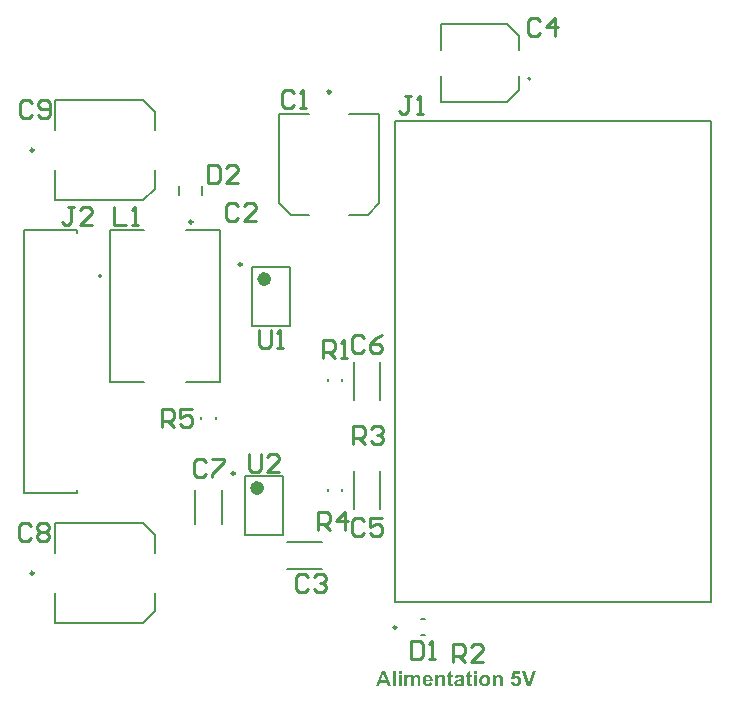
<source format=gto>
G04*
G04 #@! TF.GenerationSoftware,Altium Limited,Altium Designer,24.2.2 (26)*
G04*
G04 Layer_Color=65535*
%FSLAX25Y25*%
%MOIN*%
G70*
G04*
G04 #@! TF.SameCoordinates,FC8948EB-AED8-47B0-A6AC-AC1B72ED221E*
G04*
G04*
G04 #@! TF.FilePolarity,Positive*
G04*
G01*
G75*
%ADD10C,0.00984*%
%ADD11C,0.00787*%
%ADD12C,0.02362*%
%ADD13C,0.00500*%
%ADD14C,0.01000*%
G36*
X156699Y14153D02*
X155729D01*
Y15049D01*
X156699D01*
Y14153D01*
D02*
G37*
G36*
X131621D02*
X130652D01*
Y15049D01*
X131621D01*
Y14153D01*
D02*
G37*
G36*
X136863Y13737D02*
X136958Y13722D01*
X137067Y13701D01*
X137176Y13671D01*
X137293Y13635D01*
X137402Y13577D01*
X137417Y13569D01*
X137446Y13547D01*
X137497Y13511D01*
X137563Y13460D01*
X137628Y13387D01*
X137701Y13307D01*
X137767Y13212D01*
X137825Y13095D01*
X137832Y13088D01*
X137840Y13052D01*
X137854Y12993D01*
X137876Y12913D01*
X137898Y12811D01*
X137913Y12680D01*
X137920Y12520D01*
X137927Y12337D01*
Y10005D01*
X136958D01*
Y12089D01*
Y12097D01*
Y12111D01*
Y12140D01*
Y12177D01*
X136950Y12272D01*
X136943Y12381D01*
X136936Y12498D01*
X136914Y12614D01*
X136892Y12716D01*
X136870Y12753D01*
X136855Y12789D01*
X136848Y12797D01*
X136826Y12826D01*
X136797Y12855D01*
X136753Y12899D01*
X136695Y12935D01*
X136622Y12971D01*
X136535Y12993D01*
X136440Y13001D01*
X136404D01*
X136367Y12993D01*
X136316Y12986D01*
X136258Y12971D01*
X136192Y12950D01*
X136119Y12921D01*
X136054Y12877D01*
X136046Y12869D01*
X136024Y12855D01*
X135995Y12826D01*
X135959Y12782D01*
X135915Y12731D01*
X135871Y12673D01*
X135835Y12600D01*
X135799Y12512D01*
Y12498D01*
X135784Y12468D01*
X135777Y12410D01*
X135762Y12330D01*
X135748Y12221D01*
X135740Y12089D01*
X135726Y11936D01*
Y11754D01*
Y10005D01*
X134756D01*
Y12002D01*
Y12009D01*
Y12024D01*
Y12053D01*
Y12089D01*
Y12177D01*
X134749Y12286D01*
X134741Y12403D01*
X134734Y12512D01*
X134720Y12614D01*
X134705Y12658D01*
X134698Y12687D01*
Y12695D01*
X134690Y12716D01*
X134676Y12746D01*
X134661Y12775D01*
X134610Y12855D01*
X134574Y12891D01*
X134537Y12921D01*
X134530Y12928D01*
X134516Y12935D01*
X134494Y12950D01*
X134464Y12964D01*
X134421Y12979D01*
X134370Y12986D01*
X134311Y13001D01*
X134209D01*
X134166Y12993D01*
X134115Y12986D01*
X134049Y12971D01*
X133983Y12950D01*
X133918Y12921D01*
X133845Y12877D01*
X133837Y12869D01*
X133816Y12855D01*
X133786Y12826D01*
X133750Y12789D01*
X133706Y12738D01*
X133662Y12680D01*
X133626Y12607D01*
X133590Y12527D01*
Y12520D01*
X133575Y12483D01*
X133568Y12425D01*
X133553Y12352D01*
X133539Y12242D01*
X133531Y12119D01*
X133517Y11958D01*
Y11776D01*
Y10005D01*
X132547D01*
Y13664D01*
X133437D01*
Y13161D01*
X133444Y13168D01*
X133458Y13183D01*
X133488Y13212D01*
X133524Y13256D01*
X133568Y13300D01*
X133619Y13343D01*
X133684Y13402D01*
X133757Y13453D01*
X133837Y13504D01*
X133925Y13562D01*
X134115Y13657D01*
X134224Y13693D01*
X134333Y13722D01*
X134450Y13737D01*
X134574Y13744D01*
X134632D01*
X134698Y13737D01*
X134778Y13730D01*
X134873Y13708D01*
X134975Y13686D01*
X135077Y13649D01*
X135179Y13599D01*
X135193Y13591D01*
X135223Y13569D01*
X135274Y13540D01*
X135332Y13489D01*
X135398Y13423D01*
X135470Y13351D01*
X135543Y13256D01*
X135609Y13154D01*
X135624Y13168D01*
X135653Y13205D01*
X135696Y13256D01*
X135762Y13321D01*
X135842Y13394D01*
X135930Y13467D01*
X136024Y13540D01*
X136126Y13599D01*
X136141Y13606D01*
X136178Y13620D01*
X136236Y13642D01*
X136309Y13671D01*
X136396Y13701D01*
X136498Y13722D01*
X136608Y13737D01*
X136724Y13744D01*
X136790D01*
X136863Y13737D01*
D02*
G37*
G36*
X164208D02*
X164288Y13730D01*
X164375Y13715D01*
X164470Y13693D01*
X164572Y13664D01*
X164674Y13628D01*
X164689Y13620D01*
X164718Y13606D01*
X164769Y13584D01*
X164827Y13547D01*
X164893Y13504D01*
X164959Y13453D01*
X165024Y13394D01*
X165082Y13329D01*
X165090Y13321D01*
X165104Y13300D01*
X165126Y13263D01*
X165155Y13212D01*
X165192Y13154D01*
X165221Y13081D01*
X165250Y13008D01*
X165272Y12921D01*
Y12913D01*
X165279Y12877D01*
X165294Y12826D01*
X165301Y12753D01*
X165316Y12665D01*
X165323Y12549D01*
X165330Y12425D01*
Y12272D01*
Y10005D01*
X164361D01*
Y11863D01*
Y11871D01*
Y11893D01*
Y11922D01*
Y11958D01*
Y12009D01*
Y12060D01*
X164353Y12184D01*
X164346Y12308D01*
X164331Y12439D01*
X164317Y12549D01*
X164310Y12593D01*
X164295Y12629D01*
Y12636D01*
X164280Y12658D01*
X164266Y12687D01*
X164244Y12731D01*
X164179Y12819D01*
X164142Y12862D01*
X164091Y12899D01*
X164084Y12906D01*
X164069Y12913D01*
X164040Y12928D01*
X163996Y12950D01*
X163945Y12971D01*
X163894Y12986D01*
X163829Y12993D01*
X163756Y13001D01*
X163712D01*
X163668Y12993D01*
X163610Y12986D01*
X163537Y12964D01*
X163464Y12942D01*
X163384Y12906D01*
X163304Y12862D01*
X163296Y12855D01*
X163275Y12840D01*
X163238Y12804D01*
X163194Y12767D01*
X163151Y12709D01*
X163107Y12651D01*
X163063Y12571D01*
X163034Y12490D01*
Y12483D01*
X163019Y12447D01*
X163012Y12388D01*
X162997Y12301D01*
X162990Y12250D01*
X162983Y12184D01*
X162976Y12119D01*
Y12038D01*
X162968Y11958D01*
X162961Y11863D01*
Y11761D01*
Y11652D01*
Y10005D01*
X161992D01*
Y13664D01*
X162888D01*
Y13125D01*
X162895Y13132D01*
X162910Y13154D01*
X162939Y13183D01*
X162976Y13219D01*
X163019Y13270D01*
X163078Y13321D01*
X163143Y13380D01*
X163216Y13438D01*
X163296Y13489D01*
X163391Y13547D01*
X163486Y13599D01*
X163595Y13649D01*
X163712Y13686D01*
X163829Y13715D01*
X163960Y13737D01*
X164091Y13744D01*
X164142D01*
X164208Y13737D01*
D02*
G37*
G36*
X145013D02*
X145093Y13730D01*
X145181Y13715D01*
X145275Y13693D01*
X145378Y13664D01*
X145480Y13628D01*
X145494Y13620D01*
X145523Y13606D01*
X145574Y13584D01*
X145633Y13547D01*
X145698Y13504D01*
X145764Y13453D01*
X145829Y13394D01*
X145888Y13329D01*
X145895Y13321D01*
X145910Y13300D01*
X145932Y13263D01*
X145961Y13212D01*
X145997Y13154D01*
X146026Y13081D01*
X146055Y13008D01*
X146077Y12921D01*
Y12913D01*
X146085Y12877D01*
X146099Y12826D01*
X146107Y12753D01*
X146121Y12665D01*
X146128Y12549D01*
X146136Y12425D01*
Y12272D01*
Y10005D01*
X145166D01*
Y11863D01*
Y11871D01*
Y11893D01*
Y11922D01*
Y11958D01*
Y12009D01*
Y12060D01*
X145159Y12184D01*
X145152Y12308D01*
X145137Y12439D01*
X145122Y12549D01*
X145115Y12593D01*
X145100Y12629D01*
Y12636D01*
X145086Y12658D01*
X145071Y12687D01*
X145050Y12731D01*
X144984Y12819D01*
X144947Y12862D01*
X144896Y12899D01*
X144889Y12906D01*
X144875Y12913D01*
X144845Y12928D01*
X144802Y12950D01*
X144751Y12971D01*
X144700Y12986D01*
X144634Y12993D01*
X144561Y13001D01*
X144517D01*
X144474Y12993D01*
X144415Y12986D01*
X144342Y12964D01*
X144270Y12942D01*
X144189Y12906D01*
X144109Y12862D01*
X144102Y12855D01*
X144080Y12840D01*
X144044Y12804D01*
X144000Y12767D01*
X143956Y12709D01*
X143912Y12651D01*
X143869Y12571D01*
X143839Y12490D01*
Y12483D01*
X143825Y12447D01*
X143817Y12388D01*
X143803Y12301D01*
X143796Y12250D01*
X143788Y12184D01*
X143781Y12119D01*
Y12038D01*
X143774Y11958D01*
X143766Y11863D01*
Y11761D01*
Y11652D01*
Y10005D01*
X142797D01*
Y13664D01*
X143694D01*
Y13125D01*
X143701Y13132D01*
X143715Y13154D01*
X143745Y13183D01*
X143781Y13219D01*
X143825Y13270D01*
X143883Y13321D01*
X143949Y13380D01*
X144022Y13438D01*
X144102Y13489D01*
X144197Y13547D01*
X144291Y13599D01*
X144401Y13649D01*
X144517Y13686D01*
X144634Y13715D01*
X144765Y13737D01*
X144896Y13744D01*
X144947D01*
X145013Y13737D01*
D02*
G37*
G36*
X174596Y10005D02*
X173495D01*
X171687Y15049D01*
X172788D01*
X174071Y11317D01*
X175303Y15049D01*
X176389D01*
X174596Y10005D01*
D02*
G37*
G36*
X171250Y14080D02*
X169420D01*
X169267Y13219D01*
X169274D01*
X169281Y13227D01*
X169325Y13249D01*
X169391Y13270D01*
X169471Y13307D01*
X169573Y13336D01*
X169682Y13358D01*
X169806Y13380D01*
X169930Y13387D01*
X169996D01*
X170040Y13380D01*
X170091Y13373D01*
X170156Y13365D01*
X170229Y13351D01*
X170309Y13329D01*
X170477Y13270D01*
X170572Y13234D01*
X170659Y13190D01*
X170754Y13132D01*
X170849Y13066D01*
X170936Y12993D01*
X171024Y12913D01*
X171031Y12906D01*
X171046Y12891D01*
X171068Y12862D01*
X171097Y12826D01*
X171126Y12782D01*
X171170Y12724D01*
X171206Y12658D01*
X171250Y12585D01*
X171293Y12505D01*
X171330Y12410D01*
X171374Y12308D01*
X171403Y12206D01*
X171432Y12089D01*
X171454Y11965D01*
X171468Y11834D01*
X171476Y11696D01*
Y11688D01*
Y11667D01*
Y11637D01*
X171468Y11594D01*
Y11535D01*
X171454Y11470D01*
X171447Y11397D01*
X171432Y11324D01*
X171388Y11149D01*
X171323Y10960D01*
X171279Y10858D01*
X171235Y10763D01*
X171177Y10668D01*
X171111Y10573D01*
X171104Y10566D01*
X171089Y10544D01*
X171060Y10515D01*
X171024Y10471D01*
X170973Y10420D01*
X170907Y10362D01*
X170834Y10303D01*
X170754Y10245D01*
X170659Y10180D01*
X170557Y10121D01*
X170448Y10063D01*
X170324Y10012D01*
X170193Y9968D01*
X170054Y9939D01*
X169901Y9917D01*
X169741Y9910D01*
X169675D01*
X169624Y9917D01*
X169566Y9924D01*
X169493Y9932D01*
X169420Y9939D01*
X169333Y9954D01*
X169158Y9997D01*
X168961Y10070D01*
X168866Y10107D01*
X168771Y10158D01*
X168684Y10216D01*
X168596Y10282D01*
X168589Y10289D01*
X168574Y10296D01*
X168552Y10318D01*
X168523Y10347D01*
X168494Y10391D01*
X168450Y10435D01*
X168414Y10486D01*
X168370Y10544D01*
X168319Y10617D01*
X168275Y10690D01*
X168195Y10865D01*
X168122Y11062D01*
X168101Y11171D01*
X168079Y11288D01*
X169041Y11390D01*
Y11375D01*
X169048Y11339D01*
X169063Y11273D01*
X169085Y11200D01*
X169114Y11120D01*
X169158Y11032D01*
X169216Y10952D01*
X169281Y10872D01*
X169289Y10865D01*
X169318Y10843D01*
X169362Y10814D01*
X169420Y10777D01*
X169486Y10741D01*
X169566Y10712D01*
X169660Y10690D01*
X169755Y10683D01*
X169770D01*
X169806Y10690D01*
X169865Y10697D01*
X169938Y10712D01*
X170018Y10741D01*
X170105Y10785D01*
X170193Y10850D01*
X170273Y10930D01*
X170280Y10945D01*
X170309Y10974D01*
X170338Y11032D01*
X170382Y11120D01*
X170419Y11222D01*
X170455Y11346D01*
X170477Y11499D01*
X170484Y11674D01*
Y11681D01*
Y11696D01*
Y11718D01*
Y11754D01*
X170477Y11834D01*
X170455Y11936D01*
X170433Y12053D01*
X170397Y12170D01*
X170346Y12279D01*
X170273Y12374D01*
X170266Y12381D01*
X170236Y12410D01*
X170185Y12447D01*
X170127Y12498D01*
X170047Y12541D01*
X169952Y12578D01*
X169843Y12607D01*
X169726Y12614D01*
X169682D01*
X169653Y12607D01*
X169580Y12593D01*
X169478Y12571D01*
X169362Y12527D01*
X169238Y12461D01*
X169172Y12417D01*
X169106Y12366D01*
X169041Y12308D01*
X168975Y12242D01*
X168195Y12352D01*
X168691Y14984D01*
X171250D01*
Y14080D01*
D02*
G37*
G36*
X156699Y10005D02*
X155729D01*
Y13664D01*
X156699D01*
Y10005D01*
D02*
G37*
G36*
X151049Y13737D02*
X151108D01*
X151253Y13722D01*
X151406Y13708D01*
X151567Y13679D01*
X151720Y13635D01*
X151786Y13613D01*
X151851Y13584D01*
X151858D01*
X151866Y13577D01*
X151902Y13555D01*
X151960Y13526D01*
X152026Y13482D01*
X152106Y13423D01*
X152179Y13358D01*
X152245Y13278D01*
X152303Y13197D01*
X152310Y13183D01*
X152325Y13154D01*
X152347Y13088D01*
X152354Y13052D01*
X152369Y13001D01*
X152383Y12950D01*
X152391Y12884D01*
X152405Y12811D01*
X152412Y12731D01*
X152420Y12643D01*
X152427Y12549D01*
X152434Y12447D01*
Y12330D01*
X152420Y11200D01*
Y11193D01*
Y11178D01*
Y11156D01*
Y11120D01*
Y11032D01*
X152427Y10930D01*
Y10814D01*
X152442Y10697D01*
X152449Y10580D01*
X152463Y10486D01*
Y10478D01*
X152471Y10449D01*
X152485Y10398D01*
X152500Y10340D01*
X152529Y10267D01*
X152558Y10187D01*
X152595Y10099D01*
X152638Y10005D01*
X151683D01*
Y10012D01*
X151676Y10019D01*
X151669Y10048D01*
X151654Y10077D01*
X151640Y10114D01*
X151625Y10165D01*
X151611Y10223D01*
X151589Y10289D01*
Y10296D01*
X151581Y10303D01*
X151574Y10333D01*
X151559Y10369D01*
X151552Y10398D01*
X151538Y10391D01*
X151508Y10362D01*
X151457Y10318D01*
X151392Y10267D01*
X151312Y10209D01*
X151224Y10143D01*
X151122Y10092D01*
X151020Y10041D01*
X151005Y10034D01*
X150969Y10026D01*
X150911Y10005D01*
X150838Y9983D01*
X150750Y9961D01*
X150648Y9946D01*
X150532Y9932D01*
X150415Y9924D01*
X150364D01*
X150320Y9932D01*
X150276D01*
X150218Y9939D01*
X150094Y9961D01*
X149948Y9997D01*
X149803Y10048D01*
X149657Y10121D01*
X149526Y10223D01*
Y10231D01*
X149511Y10238D01*
X149475Y10282D01*
X149424Y10347D01*
X149365Y10435D01*
X149307Y10544D01*
X149256Y10675D01*
X149219Y10828D01*
X149212Y10909D01*
X149205Y10996D01*
Y11011D01*
Y11047D01*
X149212Y11105D01*
X149227Y11178D01*
X149241Y11266D01*
X149263Y11353D01*
X149300Y11448D01*
X149351Y11543D01*
X149358Y11557D01*
X149380Y11586D01*
X149409Y11630D01*
X149460Y11681D01*
X149511Y11739D01*
X149584Y11805D01*
X149664Y11863D01*
X149759Y11914D01*
X149773Y11922D01*
X149810Y11936D01*
X149868Y11958D01*
X149956Y11995D01*
X150065Y12031D01*
X150196Y12068D01*
X150357Y12104D01*
X150532Y12140D01*
X150539D01*
X150561Y12148D01*
X150597Y12155D01*
X150641Y12162D01*
X150699Y12170D01*
X150765Y12184D01*
X150911Y12221D01*
X151064Y12257D01*
X151224Y12294D01*
X151363Y12337D01*
X151428Y12359D01*
X151479Y12381D01*
Y12476D01*
Y12490D01*
Y12520D01*
X151472Y12571D01*
X151465Y12636D01*
X151443Y12702D01*
X151421Y12767D01*
X151384Y12826D01*
X151333Y12877D01*
X151326Y12884D01*
X151304Y12899D01*
X151268Y12913D01*
X151217Y12942D01*
X151144Y12964D01*
X151057Y12979D01*
X150947Y12993D01*
X150816Y13001D01*
X150772D01*
X150728Y12993D01*
X150670Y12986D01*
X150604Y12971D01*
X150532Y12957D01*
X150466Y12928D01*
X150408Y12891D01*
X150400Y12884D01*
X150386Y12869D01*
X150357Y12848D01*
X150328Y12811D01*
X150284Y12760D01*
X150247Y12695D01*
X150211Y12622D01*
X150174Y12534D01*
X149307Y12695D01*
Y12702D01*
X149314Y12716D01*
X149321Y12746D01*
X149336Y12782D01*
X149351Y12826D01*
X149372Y12877D01*
X149424Y12993D01*
X149496Y13117D01*
X149584Y13249D01*
X149686Y13373D01*
X149810Y13482D01*
X149817D01*
X149825Y13496D01*
X149846Y13504D01*
X149875Y13526D01*
X149919Y13540D01*
X149963Y13562D01*
X150021Y13591D01*
X150080Y13613D01*
X150153Y13635D01*
X150233Y13664D01*
X150320Y13686D01*
X150422Y13701D01*
X150524Y13722D01*
X150641Y13730D01*
X150758Y13744D01*
X150998D01*
X151049Y13737D01*
D02*
G37*
G36*
X131621Y10005D02*
X130652D01*
Y13664D01*
X131621D01*
Y10005D01*
D02*
G37*
G36*
X129660D02*
X128691D01*
Y15049D01*
X129660D01*
Y10005D01*
D02*
G37*
G36*
X128159D02*
X127058D01*
X126620Y11149D01*
X124594D01*
X124178Y10005D01*
X123099D01*
X125053Y15049D01*
X126132D01*
X128159Y10005D01*
D02*
G37*
G36*
X159491Y13737D02*
X159564Y13730D01*
X159644Y13715D01*
X159739Y13701D01*
X159834Y13679D01*
X159943Y13649D01*
X160052Y13613D01*
X160162Y13569D01*
X160278Y13518D01*
X160395Y13453D01*
X160504Y13380D01*
X160614Y13300D01*
X160716Y13205D01*
X160723Y13197D01*
X160738Y13183D01*
X160767Y13147D01*
X160796Y13110D01*
X160840Y13052D01*
X160883Y12993D01*
X160934Y12913D01*
X160985Y12833D01*
X161029Y12738D01*
X161080Y12636D01*
X161124Y12520D01*
X161168Y12403D01*
X161197Y12272D01*
X161226Y12140D01*
X161241Y11995D01*
X161248Y11842D01*
Y11834D01*
Y11805D01*
Y11761D01*
X161241Y11703D01*
X161233Y11630D01*
X161219Y11550D01*
X161204Y11455D01*
X161182Y11361D01*
X161153Y11251D01*
X161117Y11142D01*
X161073Y11025D01*
X161022Y10909D01*
X160956Y10792D01*
X160883Y10683D01*
X160803Y10573D01*
X160708Y10464D01*
X160701Y10457D01*
X160687Y10442D01*
X160657Y10413D01*
X160614Y10376D01*
X160563Y10340D01*
X160497Y10296D01*
X160424Y10245D01*
X160344Y10194D01*
X160249Y10143D01*
X160147Y10092D01*
X160038Y10048D01*
X159914Y10012D01*
X159790Y9975D01*
X159651Y9946D01*
X159513Y9932D01*
X159360Y9924D01*
X159309D01*
X159272Y9932D01*
X159229D01*
X159177Y9939D01*
X159054Y9954D01*
X158900Y9983D01*
X158740Y10019D01*
X158572Y10077D01*
X158397Y10150D01*
X158390D01*
X158376Y10158D01*
X158354Y10172D01*
X158325Y10194D01*
X158244Y10245D01*
X158142Y10318D01*
X158033Y10413D01*
X157916Y10529D01*
X157807Y10661D01*
X157705Y10814D01*
Y10821D01*
X157698Y10836D01*
X157683Y10858D01*
X157668Y10894D01*
X157654Y10938D01*
X157632Y10989D01*
X157610Y11047D01*
X157588Y11113D01*
X157566Y11186D01*
X157545Y11266D01*
X157508Y11448D01*
X157479Y11659D01*
X157472Y11885D01*
Y11893D01*
Y11907D01*
Y11936D01*
X157479Y11965D01*
Y12009D01*
X157486Y12060D01*
X157501Y12184D01*
X157530Y12323D01*
X157574Y12476D01*
X157625Y12643D01*
X157705Y12811D01*
Y12819D01*
X157720Y12833D01*
X157727Y12855D01*
X157749Y12884D01*
X157807Y12964D01*
X157880Y13066D01*
X157975Y13176D01*
X158091Y13292D01*
X158222Y13402D01*
X158376Y13504D01*
X158383D01*
X158397Y13511D01*
X158419Y13526D01*
X158456Y13540D01*
X158492Y13562D01*
X158543Y13577D01*
X158602Y13599D01*
X158660Y13628D01*
X158806Y13671D01*
X158973Y13708D01*
X159156Y13737D01*
X159353Y13744D01*
X159433D01*
X159491Y13737D01*
D02*
G37*
G36*
X154403Y13664D02*
X155066D01*
Y12891D01*
X154403D01*
Y11411D01*
Y11404D01*
Y11390D01*
Y11368D01*
Y11339D01*
Y11266D01*
Y11178D01*
X154410Y11091D01*
Y11003D01*
Y10938D01*
X154417Y10909D01*
Y10894D01*
X154424Y10879D01*
X154439Y10850D01*
X154461Y10814D01*
X154505Y10770D01*
X154519Y10763D01*
X154548Y10748D01*
X154599Y10734D01*
X154665Y10726D01*
X154694D01*
X154723Y10734D01*
X154767Y10741D01*
X154825Y10748D01*
X154891Y10763D01*
X154971Y10785D01*
X155059Y10814D01*
X155146Y10063D01*
X155139D01*
X155132Y10056D01*
X155088Y10041D01*
X155015Y10019D01*
X154920Y9997D01*
X154811Y9968D01*
X154680Y9946D01*
X154534Y9932D01*
X154381Y9924D01*
X154337D01*
X154286Y9932D01*
X154220Y9939D01*
X154147Y9946D01*
X154067Y9961D01*
X153987Y9983D01*
X153907Y10012D01*
X153900Y10019D01*
X153870Y10026D01*
X153834Y10048D01*
X153790Y10070D01*
X153688Y10143D01*
X153637Y10187D01*
X153593Y10238D01*
X153586Y10245D01*
X153579Y10267D01*
X153564Y10296D01*
X153542Y10340D01*
X153521Y10391D01*
X153499Y10457D01*
X153477Y10529D01*
X153462Y10610D01*
Y10617D01*
X153455Y10646D01*
Y10690D01*
X153448Y10763D01*
X153440Y10858D01*
Y10974D01*
X153433Y11040D01*
Y11120D01*
Y11200D01*
Y11295D01*
Y12891D01*
X152988D01*
Y13664D01*
X153433D01*
Y14393D01*
X154403Y14962D01*
Y13664D01*
D02*
G37*
G36*
X148133D02*
X148797D01*
Y12891D01*
X148133D01*
Y11411D01*
Y11404D01*
Y11390D01*
Y11368D01*
Y11339D01*
Y11266D01*
Y11178D01*
X148141Y11091D01*
Y11003D01*
Y10938D01*
X148148Y10909D01*
Y10894D01*
X148155Y10879D01*
X148170Y10850D01*
X148191Y10814D01*
X148235Y10770D01*
X148250Y10763D01*
X148279Y10748D01*
X148330Y10734D01*
X148396Y10726D01*
X148425D01*
X148454Y10734D01*
X148498Y10741D01*
X148556Y10748D01*
X148622Y10763D01*
X148702Y10785D01*
X148789Y10814D01*
X148877Y10063D01*
X148870D01*
X148862Y10056D01*
X148818Y10041D01*
X148746Y10019D01*
X148651Y9997D01*
X148541Y9968D01*
X148410Y9946D01*
X148264Y9932D01*
X148111Y9924D01*
X148068D01*
X148017Y9932D01*
X147951Y9939D01*
X147878Y9946D01*
X147798Y9961D01*
X147718Y9983D01*
X147637Y10012D01*
X147630Y10019D01*
X147601Y10026D01*
X147565Y10048D01*
X147521Y10070D01*
X147419Y10143D01*
X147368Y10187D01*
X147324Y10238D01*
X147317Y10245D01*
X147309Y10267D01*
X147295Y10296D01*
X147273Y10340D01*
X147251Y10391D01*
X147229Y10457D01*
X147207Y10529D01*
X147193Y10610D01*
Y10617D01*
X147186Y10646D01*
Y10690D01*
X147178Y10763D01*
X147171Y10858D01*
Y10974D01*
X147164Y11040D01*
Y11120D01*
Y11200D01*
Y11295D01*
Y12891D01*
X146719D01*
Y13664D01*
X147164D01*
Y14393D01*
X148133Y14962D01*
Y13664D01*
D02*
G37*
G36*
X140413Y13737D02*
X140479Y13730D01*
X140559Y13715D01*
X140646Y13701D01*
X140741Y13679D01*
X140843Y13649D01*
X140945Y13613D01*
X141055Y13569D01*
X141164Y13511D01*
X141266Y13453D01*
X141368Y13380D01*
X141470Y13292D01*
X141558Y13197D01*
X141565Y13190D01*
X141579Y13176D01*
X141601Y13139D01*
X141630Y13095D01*
X141667Y13037D01*
X141703Y12971D01*
X141747Y12884D01*
X141791Y12789D01*
X141835Y12680D01*
X141878Y12556D01*
X141915Y12425D01*
X141951Y12272D01*
X141980Y12111D01*
X142002Y11936D01*
X142017Y11754D01*
Y11550D01*
X139597D01*
Y11543D01*
Y11528D01*
Y11506D01*
X139604Y11477D01*
X139611Y11404D01*
X139626Y11302D01*
X139655Y11200D01*
X139699Y11083D01*
X139750Y10974D01*
X139823Y10879D01*
X139830Y10872D01*
X139866Y10843D01*
X139910Y10806D01*
X139976Y10763D01*
X140056Y10719D01*
X140158Y10683D01*
X140267Y10653D01*
X140384Y10646D01*
X140420D01*
X140464Y10653D01*
X140515Y10661D01*
X140573Y10675D01*
X140639Y10697D01*
X140705Y10726D01*
X140763Y10770D01*
X140770Y10777D01*
X140792Y10792D01*
X140821Y10821D01*
X140850Y10865D01*
X140894Y10923D01*
X140931Y10989D01*
X140967Y11076D01*
X141004Y11171D01*
X141966Y11011D01*
Y11003D01*
X141958Y10989D01*
X141944Y10960D01*
X141929Y10923D01*
X141908Y10879D01*
X141886Y10828D01*
X141820Y10712D01*
X141740Y10580D01*
X141638Y10442D01*
X141514Y10318D01*
X141375Y10201D01*
X141368D01*
X141361Y10187D01*
X141332Y10180D01*
X141302Y10158D01*
X141266Y10136D01*
X141215Y10114D01*
X141164Y10092D01*
X141098Y10063D01*
X140953Y10012D01*
X140785Y9968D01*
X140588Y9939D01*
X140377Y9924D01*
X140333D01*
X140289Y9932D01*
X140224D01*
X140143Y9946D01*
X140049Y9961D01*
X139946Y9975D01*
X139844Y10005D01*
X139728Y10034D01*
X139611Y10077D01*
X139495Y10128D01*
X139378Y10187D01*
X139261Y10260D01*
X139152Y10340D01*
X139057Y10435D01*
X138962Y10544D01*
X138955Y10551D01*
X138948Y10566D01*
X138933Y10595D01*
X138904Y10632D01*
X138882Y10683D01*
X138853Y10741D01*
X138817Y10806D01*
X138787Y10887D01*
X138751Y10974D01*
X138722Y11069D01*
X138685Y11171D01*
X138663Y11288D01*
X138642Y11404D01*
X138620Y11528D01*
X138612Y11667D01*
X138605Y11805D01*
Y11812D01*
Y11842D01*
Y11893D01*
X138612Y11958D01*
X138620Y12031D01*
X138627Y12119D01*
X138642Y12213D01*
X138663Y12323D01*
X138722Y12549D01*
X138758Y12665D01*
X138802Y12789D01*
X138860Y12906D01*
X138926Y13015D01*
X138999Y13125D01*
X139079Y13227D01*
X139086Y13234D01*
X139101Y13249D01*
X139130Y13278D01*
X139166Y13307D01*
X139210Y13343D01*
X139269Y13387D01*
X139334Y13438D01*
X139407Y13489D01*
X139487Y13533D01*
X139582Y13584D01*
X139677Y13628D01*
X139786Y13664D01*
X139895Y13693D01*
X140019Y13722D01*
X140143Y13737D01*
X140275Y13744D01*
X140355D01*
X140413Y13737D01*
D02*
G37*
%LPC*%
G36*
X151479Y11754D02*
X151472D01*
X151443Y11739D01*
X151399Y11732D01*
X151333Y11710D01*
X151253Y11688D01*
X151144Y11659D01*
X151027Y11630D01*
X150882Y11601D01*
X150867D01*
X150845Y11594D01*
X150816Y11586D01*
X150750Y11572D01*
X150663Y11550D01*
X150575Y11528D01*
X150488Y11499D01*
X150415Y11462D01*
X150357Y11433D01*
X150349Y11426D01*
X150328Y11411D01*
X150298Y11382D01*
X150269Y11346D01*
X150233Y11295D01*
X150204Y11236D01*
X150182Y11171D01*
X150174Y11098D01*
Y11091D01*
Y11062D01*
X150182Y11025D01*
X150196Y10981D01*
X150211Y10923D01*
X150233Y10865D01*
X150269Y10806D01*
X150320Y10748D01*
X150328Y10741D01*
X150349Y10726D01*
X150379Y10704D01*
X150429Y10675D01*
X150480Y10646D01*
X150546Y10624D01*
X150626Y10610D01*
X150707Y10602D01*
X150750D01*
X150801Y10610D01*
X150867Y10624D01*
X150947Y10646D01*
X151027Y10675D01*
X151122Y10712D01*
X151209Y10770D01*
X151217Y10777D01*
X151239Y10792D01*
X151268Y10821D01*
X151304Y10858D01*
X151341Y10909D01*
X151377Y10960D01*
X151414Y11025D01*
X151435Y11091D01*
Y11098D01*
X151443Y11113D01*
X151450Y11149D01*
X151457Y11193D01*
X151465Y11258D01*
X151472Y11339D01*
X151479Y11441D01*
Y11557D01*
Y11754D01*
D02*
G37*
G36*
X125585Y13875D02*
X124900Y12002D01*
X126292D01*
X125585Y13875D01*
D02*
G37*
G36*
X159360Y12957D02*
X159323D01*
X159294Y12950D01*
X159229Y12942D01*
X159141Y12921D01*
X159039Y12884D01*
X158930Y12833D01*
X158820Y12760D01*
X158718Y12665D01*
X158711Y12651D01*
X158682Y12614D01*
X158638Y12541D01*
X158594Y12454D01*
X158543Y12337D01*
X158507Y12191D01*
X158478Y12024D01*
X158463Y11834D01*
Y11827D01*
Y11812D01*
Y11783D01*
X158470Y11747D01*
Y11696D01*
X158478Y11645D01*
X158492Y11528D01*
X158529Y11390D01*
X158572Y11251D01*
X158631Y11113D01*
X158718Y10996D01*
X158733Y10981D01*
X158762Y10952D01*
X158820Y10909D01*
X158900Y10858D01*
X158988Y10799D01*
X159097Y10755D01*
X159221Y10726D01*
X159360Y10712D01*
X159396D01*
X159425Y10719D01*
X159491Y10726D01*
X159579Y10748D01*
X159680Y10785D01*
X159790Y10828D01*
X159892Y10901D01*
X159994Y10996D01*
X160009Y11011D01*
X160038Y11047D01*
X160074Y11120D01*
X160125Y11207D01*
X160176Y11331D01*
X160213Y11470D01*
X160242Y11645D01*
X160256Y11834D01*
Y11842D01*
Y11856D01*
Y11885D01*
X160249Y11922D01*
Y11965D01*
X160242Y12024D01*
X160227Y12140D01*
X160191Y12272D01*
X160147Y12410D01*
X160082Y12549D01*
X159994Y12665D01*
X159979Y12680D01*
X159950Y12709D01*
X159892Y12760D01*
X159819Y12811D01*
X159724Y12862D01*
X159622Y12913D01*
X159498Y12942D01*
X159360Y12957D01*
D02*
G37*
G36*
X140333Y13001D02*
X140282D01*
X140224Y12986D01*
X140151Y12971D01*
X140070Y12942D01*
X139983Y12906D01*
X139895Y12848D01*
X139815Y12767D01*
X139808Y12760D01*
X139786Y12724D01*
X139750Y12673D01*
X139713Y12600D01*
X139670Y12512D01*
X139640Y12403D01*
X139619Y12279D01*
X139611Y12140D01*
X141055D01*
Y12148D01*
Y12162D01*
Y12177D01*
X141047Y12206D01*
X141040Y12286D01*
X141025Y12374D01*
X140996Y12476D01*
X140960Y12585D01*
X140902Y12687D01*
X140836Y12775D01*
X140829Y12782D01*
X140799Y12811D01*
X140756Y12848D01*
X140697Y12891D01*
X140624Y12928D01*
X140537Y12964D01*
X140442Y12993D01*
X140333Y13001D01*
D02*
G37*
%LPD*%
D10*
X107972Y208071D02*
G03*
X107972Y208071I-492J0D01*
G01*
X78347Y150512D02*
G03*
X78347Y150512I-492J0D01*
G01*
X129921Y29528D02*
G03*
X129921Y29528I-492J0D01*
G01*
X61910Y164665D02*
G03*
X61910Y164665I-492J0D01*
G01*
X8957Y47638D02*
G03*
X8957Y47638I-492J0D01*
G01*
X75984Y80827D02*
G03*
X75984Y80827I-492J0D01*
G01*
X8957Y188583D02*
G03*
X8957Y188583I-492J0D01*
G01*
D11*
X174606Y212402D02*
G03*
X174606Y212402I-394J0D01*
G01*
X31496Y146653D02*
G03*
X31496Y146653I-394J0D01*
G01*
X129331Y38071D02*
Y198307D01*
Y38071D02*
X234842D01*
X129331Y198307D02*
X234842D01*
Y38071D02*
Y198307D01*
X69784Y99016D02*
Y99803D01*
X64862Y99016D02*
Y99803D01*
X90748Y200591D02*
X100787D01*
X114173D02*
X124213D01*
Y171063D02*
Y200591D01*
X90748Y171063D02*
Y200591D01*
Y171063D02*
X94685Y167126D01*
X120276D02*
X124213Y171063D01*
X114173Y167126D02*
X120276D01*
X94685D02*
X100787D01*
X81890Y129921D02*
X94488D01*
X81890Y149606D02*
X94488D01*
Y129921D02*
Y149606D01*
X81890Y129921D02*
Y149606D01*
X34449Y111221D02*
X45669D01*
X34449Y162008D02*
X45669D01*
X59842Y111221D02*
X71063D01*
X59842Y162008D02*
X71063D01*
X34449Y111221D02*
Y162008D01*
X71063Y111221D02*
Y162008D01*
X137992Y26870D02*
X139370D01*
X137992Y32185D02*
X139370D01*
X65256Y173681D02*
Y176713D01*
X57579Y173681D02*
Y176713D01*
X15945Y30906D02*
Y40945D01*
Y54331D02*
Y64370D01*
X45472D01*
X15945Y30906D02*
X45472D01*
X49409Y34843D01*
X45472Y64370D02*
X49409Y60433D01*
Y54331D02*
Y60433D01*
Y34843D02*
Y40945D01*
X111909Y111614D02*
Y112402D01*
X106988Y111614D02*
Y112402D01*
X79527Y60236D02*
Y79921D01*
X92126Y60236D02*
Y79921D01*
X79527D02*
X92126D01*
X79527Y60236D02*
X92126D01*
X93472Y57985D02*
X104953D01*
X93472Y49102D02*
X104953D01*
X15945Y171850D02*
Y181890D01*
Y195276D02*
Y205315D01*
X45472D01*
X15945Y171850D02*
X45472D01*
X49409Y175787D01*
X45472Y205315D02*
X49409Y201378D01*
Y195276D02*
Y201378D01*
Y175787D02*
Y181890D01*
X106988Y75000D02*
Y75787D01*
X111909Y75000D02*
Y75787D01*
X124532Y105488D02*
Y118134D01*
X115626Y105488D02*
Y118134D01*
Y68882D02*
Y81529D01*
X124532Y68882D02*
Y81529D01*
X62881Y63945D02*
Y75426D01*
X71764Y63945D02*
Y75426D01*
D12*
X87008Y145669D02*
G03*
X87008Y145669I-1181J0D01*
G01*
X84646Y75984D02*
G03*
X84646Y75984I-1181J0D01*
G01*
D13*
X144882Y222126D02*
Y230709D01*
Y204724D02*
Y213307D01*
X170866Y222126D02*
Y226772D01*
Y208661D02*
Y213307D01*
X166929Y204724D02*
X170866Y208661D01*
X144882Y204724D02*
X166929D01*
X144882Y230709D02*
X166929D01*
X170866Y226772D01*
X23425Y160906D02*
Y162008D01*
Y74213D02*
Y75315D01*
X5709Y162008D02*
X23425D01*
X5709Y74213D02*
Y162008D01*
Y74213D02*
X23425D01*
D14*
X51876Y96410D02*
Y102409D01*
X54875D01*
X55874Y101409D01*
Y99410D01*
X54875Y98410D01*
X51876D01*
X53875D02*
X55874Y96410D01*
X61872Y102409D02*
X57874D01*
Y99410D01*
X59873Y100409D01*
X60873D01*
X61872Y99410D01*
Y97410D01*
X60873Y96410D01*
X58873D01*
X57874Y97410D01*
X177741Y231527D02*
X176741Y232527D01*
X174741D01*
X173742Y231527D01*
Y227528D01*
X174741Y226529D01*
X176741D01*
X177741Y227528D01*
X182739Y226529D02*
Y232527D01*
X179740Y229528D01*
X183739D01*
X80828Y87251D02*
Y82253D01*
X81828Y81253D01*
X83827D01*
X84827Y82253D01*
Y87251D01*
X90825Y81253D02*
X86826D01*
X90825Y85252D01*
Y86251D01*
X89825Y87251D01*
X87826D01*
X86826Y86251D01*
X84190Y128590D02*
Y123591D01*
X85190Y122591D01*
X87189D01*
X88189Y123591D01*
Y128590D01*
X90188Y122591D02*
X92188D01*
X91188D01*
Y128590D01*
X90188Y127590D01*
X103663Y61962D02*
Y67960D01*
X106662D01*
X107662Y66960D01*
Y64961D01*
X106662Y63961D01*
X103663D01*
X105662D02*
X107662Y61962D01*
X112660D02*
Y67960D01*
X109661Y64961D01*
X113660D01*
X115474Y90702D02*
Y96700D01*
X118473D01*
X119473Y95700D01*
Y93701D01*
X118473Y92701D01*
X115474D01*
X117473D02*
X119473Y90702D01*
X121472Y95700D02*
X122472Y96700D01*
X124471D01*
X125471Y95700D01*
Y94700D01*
X124471Y93701D01*
X123471D01*
X124471D01*
X125471Y92701D01*
Y91701D01*
X124471Y90702D01*
X122472D01*
X121472Y91701D01*
X148742Y18018D02*
Y24016D01*
X151741D01*
X152741Y23016D01*
Y21017D01*
X151741Y20017D01*
X148742D01*
X150741D02*
X152741Y18018D01*
X158739D02*
X154740D01*
X158739Y22016D01*
Y23016D01*
X157739Y24016D01*
X155739D01*
X154740Y23016D01*
X105450Y119442D02*
Y125440D01*
X108449D01*
X109449Y124440D01*
Y122441D01*
X108449Y121441D01*
X105450D01*
X107449D02*
X109449Y119442D01*
X111448D02*
X113447D01*
X112448D01*
Y125440D01*
X111448Y124440D01*
X35765Y169535D02*
Y163536D01*
X39764D01*
X41763D02*
X43762D01*
X42763D01*
Y169535D01*
X41763Y168535D01*
X22425Y169731D02*
X20426D01*
X21426D01*
Y164733D01*
X20426Y163733D01*
X19426D01*
X18427Y164733D01*
X28424Y163733D02*
X24425D01*
X28424Y167732D01*
Y168732D01*
X27424Y169731D01*
X25425D01*
X24425Y168732D01*
X134607Y206818D02*
X132608D01*
X133608D01*
Y201820D01*
X132608Y200820D01*
X131608D01*
X130608Y201820D01*
X136607Y200820D02*
X138606D01*
X137606D01*
Y206818D01*
X136607Y205818D01*
X67246Y183826D02*
Y177828D01*
X70245D01*
X71244Y178827D01*
Y182826D01*
X70245Y183826D01*
X67246D01*
X77242Y177828D02*
X73244D01*
X77242Y181826D01*
Y182826D01*
X76243Y183826D01*
X74243D01*
X73244Y182826D01*
X134682Y25046D02*
Y19048D01*
X137681D01*
X138681Y20048D01*
Y24047D01*
X137681Y25046D01*
X134682D01*
X140681Y19048D02*
X142680D01*
X141680D01*
Y25046D01*
X140681Y24047D01*
X8449Y204362D02*
X7450Y205361D01*
X5450D01*
X4450Y204362D01*
Y200363D01*
X5450Y199363D01*
X7450D01*
X8449Y200363D01*
X10448D02*
X11448Y199363D01*
X13447D01*
X14447Y200363D01*
Y204362D01*
X13447Y205361D01*
X11448D01*
X10448Y204362D01*
Y203362D01*
X11448Y202362D01*
X14447D01*
X8055Y63417D02*
X7056Y64416D01*
X5056D01*
X4057Y63417D01*
Y59418D01*
X5056Y58418D01*
X7056D01*
X8055Y59418D01*
X10055Y63417D02*
X11055Y64416D01*
X13054D01*
X14053Y63417D01*
Y62417D01*
X13054Y61417D01*
X14053Y60418D01*
Y59418D01*
X13054Y58418D01*
X11055D01*
X10055Y59418D01*
Y60418D01*
X11055Y61417D01*
X10055Y62417D01*
Y63417D01*
X11055Y61417D02*
X13054D01*
X66323Y84676D02*
X65324Y85676D01*
X63324D01*
X62325Y84676D01*
Y80678D01*
X63324Y79678D01*
X65324D01*
X66323Y80678D01*
X68322Y85676D02*
X72321D01*
Y84676D01*
X68322Y80678D01*
Y79678D01*
X119079Y126015D02*
X118079Y127015D01*
X116080D01*
X115080Y126015D01*
Y122016D01*
X116080Y121017D01*
X118079D01*
X119079Y122016D01*
X125077Y127015D02*
X123078Y126015D01*
X121078Y124016D01*
Y122016D01*
X122078Y121017D01*
X124077D01*
X125077Y122016D01*
Y123016D01*
X124077Y124016D01*
X121078D01*
X119079Y64882D02*
X118079Y65882D01*
X116080D01*
X115080Y64882D01*
Y60883D01*
X116080Y59884D01*
X118079D01*
X119079Y60883D01*
X125077Y65882D02*
X121078D01*
Y62883D01*
X123078Y63882D01*
X124077D01*
X125077Y62883D01*
Y60883D01*
X124077Y59884D01*
X122078D01*
X121078Y60883D01*
X100575Y46488D02*
X99576Y47487D01*
X97576D01*
X96576Y46488D01*
Y42489D01*
X97576Y41489D01*
X99576D01*
X100575Y42489D01*
X102575Y46488D02*
X103574Y47487D01*
X105573D01*
X106573Y46488D01*
Y45488D01*
X105573Y44488D01*
X104574D01*
X105573D01*
X106573Y43488D01*
Y42489D01*
X105573Y41489D01*
X103574D01*
X102575Y42489D01*
X76953Y170011D02*
X75953Y171011D01*
X73954D01*
X72954Y170011D01*
Y166013D01*
X73954Y165013D01*
X75953D01*
X76953Y166013D01*
X82951Y165013D02*
X78952D01*
X82951Y169011D01*
Y170011D01*
X81951Y171011D01*
X79952D01*
X78952Y170011D01*
X95748Y207511D02*
X94748Y208511D01*
X92749D01*
X91749Y207511D01*
Y203513D01*
X92749Y202513D01*
X94748D01*
X95748Y203513D01*
X97747Y202513D02*
X99747D01*
X98747D01*
Y208511D01*
X97747Y207511D01*
M02*

</source>
